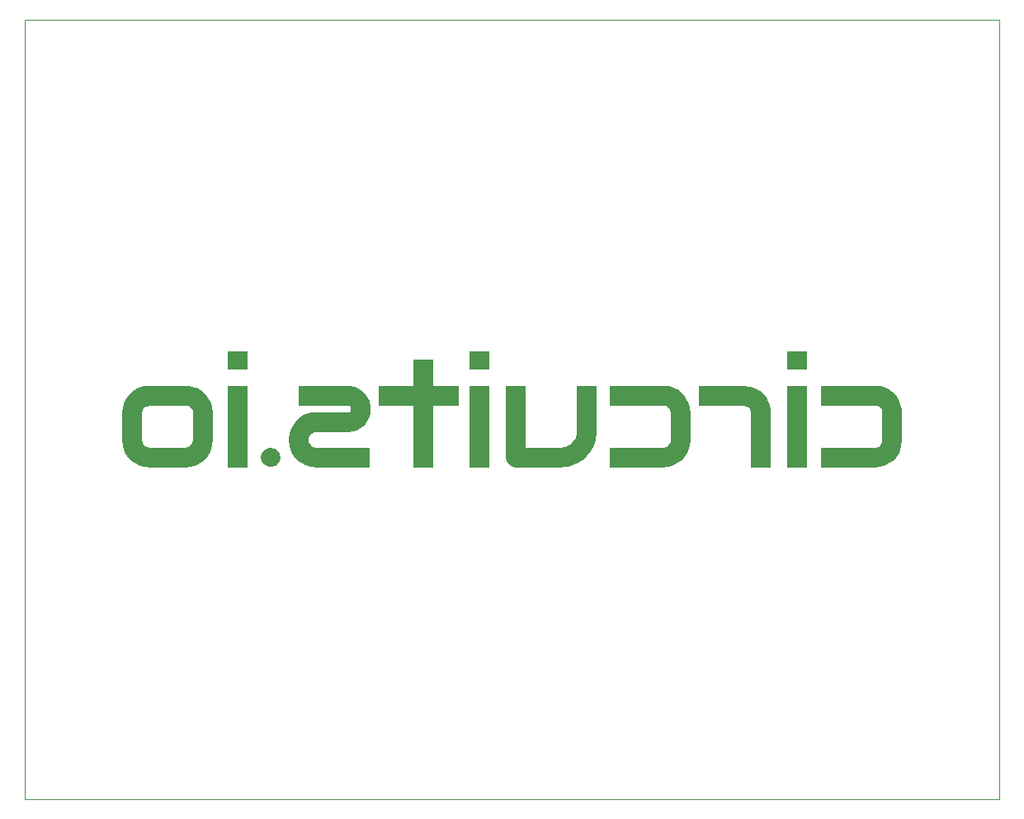
<source format=gbo>
G75*
G71*
%OFA0B0*%
%FSLAX23Y23*%
%IPPOS*%
%LPD*%
%ADD10C,0.1*%
D10*
X0Y80000D02*
X100000Y80000D01*
X100000Y80000D02*
X100000Y0D01*
X100000Y0D02*
X0Y0D01*
X0Y0D02*
X0Y80000D01*
G36*
X81730Y34051D02*
X82389Y34051D01*
X83048Y34051D01*
X83707Y34051D01*
X84365Y34051D01*
X85024Y34051D01*
X85683Y34051D01*
X86341Y34051D01*
X87000Y34051D01*
X87184Y34051D01*
X87656Y34094D01*
X88097Y34198D01*
X88292Y34264D01*
X88872Y34571D01*
X89018Y34678D01*
X89358Y35013D01*
X89722Y35552D01*
X89725Y35559D01*
X89936Y36181D01*
X90000Y36835D01*
X90000Y36875D01*
X90000Y37494D01*
X90000Y38153D01*
X90000Y38811D01*
X90000Y39470D01*
X90000Y39598D01*
X89952Y40126D01*
X89938Y40201D01*
X89761Y40755D01*
X89729Y40828D01*
X89446Y41332D01*
X89373Y41431D01*
X88999Y41813D01*
X88840Y41934D01*
X88440Y42157D01*
X88112Y42282D01*
X87814Y42358D01*
X87184Y42414D01*
X87159Y42414D01*
X86500Y42414D01*
X85841Y42414D01*
X85183Y42414D01*
X84524Y42414D01*
X83865Y42414D01*
X83206Y42414D01*
X82548Y42414D01*
X81889Y42414D01*
X81730Y42414D01*
X81730Y41913D01*
X81730Y41255D01*
X81730Y40596D01*
X81730Y40402D01*
X82195Y40402D01*
X82854Y40402D01*
X83513Y40402D01*
X84171Y40402D01*
X84830Y40402D01*
X85489Y40402D01*
X86148Y40402D01*
X86806Y40402D01*
X87184Y40402D01*
X87463Y40372D01*
X87788Y40201D01*
X87935Y39957D01*
X87989Y39582D01*
X87989Y39304D01*
X87989Y38645D01*
X87989Y37987D01*
X87989Y37328D01*
X87989Y36875D01*
X87973Y36670D01*
X87780Y36271D01*
X87611Y36151D01*
X87169Y36062D01*
X86965Y36062D01*
X86306Y36062D01*
X85647Y36062D01*
X84989Y36062D01*
X84330Y36062D01*
X83671Y36062D01*
X83013Y36062D01*
X82354Y36062D01*
X81730Y36062D01*
X81730Y36027D01*
X81730Y35369D01*
X81730Y34710D01*
X81730Y34051D01*
G37*
G36*
X78214Y44131D02*
X78852Y44131D01*
X79490Y44131D01*
X80129Y44131D01*
X80225Y44131D01*
X80225Y44672D01*
X80225Y45311D01*
X80225Y45949D01*
X79587Y45949D01*
X78949Y45949D01*
X78311Y45949D01*
X78214Y45949D01*
X78214Y45407D01*
X78214Y44769D01*
X78214Y44131D01*
G37*
G36*
X78214Y34051D02*
X78883Y34051D01*
X79553Y34051D01*
X80222Y34051D01*
X80225Y34051D01*
X80225Y34717D01*
X80225Y35386D01*
X80225Y36055D01*
X80225Y36725D01*
X80225Y37394D01*
X80225Y38063D01*
X80225Y38733D01*
X80225Y39402D01*
X80225Y40071D01*
X80225Y40740D01*
X80225Y41410D01*
X80225Y42079D01*
X80225Y42414D01*
X79891Y42414D01*
X79221Y42414D01*
X78552Y42414D01*
X78214Y42414D01*
X78214Y42082D01*
X78214Y41413D01*
X78214Y40744D01*
X78214Y40075D01*
X78214Y39405D01*
X78214Y38736D01*
X78214Y38067D01*
X78214Y37398D01*
X78214Y36728D01*
X78214Y36059D01*
X78214Y35390D01*
X78214Y34720D01*
X78214Y34051D01*
G37*
G36*
X69182Y40402D02*
X69848Y40402D01*
X70514Y40402D01*
X71180Y40402D01*
X71845Y40402D01*
X72511Y40402D01*
X73177Y40402D01*
X73708Y40402D01*
X73843Y40396D01*
X74326Y40193D01*
X74410Y40093D01*
X74535Y39598D01*
X74535Y39451D01*
X74535Y38785D01*
X74535Y38119D01*
X74535Y37453D01*
X74535Y36787D01*
X74535Y36121D01*
X74535Y35456D01*
X74535Y34790D01*
X74535Y34124D01*
X74535Y34051D01*
X75128Y34051D01*
X75794Y34051D01*
X76460Y34051D01*
X76547Y34051D01*
X76547Y34630D01*
X76547Y35296D01*
X76547Y35962D01*
X76547Y36628D01*
X76547Y37294D01*
X76547Y37959D01*
X76547Y38625D01*
X76547Y39291D01*
X76547Y39598D01*
X76530Y39956D01*
X76415Y40526D01*
X76388Y40605D01*
X76097Y41202D01*
X76067Y41245D01*
X75657Y41699D01*
X75556Y41779D01*
X75107Y42072D01*
X74961Y42143D01*
X74486Y42308D01*
X74326Y42344D01*
X73829Y42411D01*
X73723Y42414D01*
X73163Y42414D01*
X72497Y42414D01*
X71832Y42414D01*
X71166Y42414D01*
X70500Y42414D01*
X69834Y42414D01*
X69182Y42414D01*
X69182Y42400D01*
X69182Y41734D01*
X69182Y41068D01*
X69182Y40402D01*
G37*
G36*
X60003Y34051D02*
X60662Y34051D01*
X61321Y34051D01*
X61979Y34051D01*
X62638Y34051D01*
X63297Y34051D01*
X63955Y34051D01*
X64614Y34051D01*
X65273Y34051D01*
X65457Y34051D01*
X65929Y34094D01*
X66370Y34198D01*
X66564Y34264D01*
X67145Y34571D01*
X67290Y34678D01*
X67631Y35013D01*
X67994Y35552D01*
X67998Y35559D01*
X68209Y36181D01*
X68273Y36835D01*
X68273Y36875D01*
X68273Y37494D01*
X68273Y38153D01*
X68273Y38811D01*
X68273Y39470D01*
X68273Y39598D01*
X68225Y40126D01*
X68211Y40201D01*
X68034Y40755D01*
X68002Y40828D01*
X67718Y41332D01*
X67646Y41431D01*
X67272Y41813D01*
X67112Y41934D01*
X66712Y42157D01*
X66385Y42282D01*
X66087Y42358D01*
X65457Y42414D01*
X65431Y42414D01*
X64773Y42414D01*
X64114Y42414D01*
X63455Y42414D01*
X62797Y42414D01*
X62138Y42414D01*
X61479Y42414D01*
X60820Y42414D01*
X60162Y42414D01*
X60003Y42414D01*
X60003Y41913D01*
X60003Y41255D01*
X60003Y40596D01*
X60003Y40402D01*
X60468Y40402D01*
X61127Y40402D01*
X61786Y40402D01*
X62444Y40402D01*
X63103Y40402D01*
X63762Y40402D01*
X64420Y40402D01*
X65079Y40402D01*
X65457Y40402D01*
X65735Y40372D01*
X66060Y40201D01*
X66207Y39957D01*
X66261Y39582D01*
X66261Y39304D01*
X66261Y38645D01*
X66261Y37987D01*
X66261Y37328D01*
X66261Y36875D01*
X66245Y36670D01*
X66053Y36271D01*
X65884Y36151D01*
X65441Y36062D01*
X65238Y36062D01*
X64579Y36062D01*
X63920Y36062D01*
X63262Y36062D01*
X62603Y36062D01*
X61944Y36062D01*
X61285Y36062D01*
X60627Y36062D01*
X60003Y36062D01*
X60003Y36027D01*
X60003Y35369D01*
X60003Y34710D01*
X60003Y34051D01*
G37*
G36*
X49385Y35065D02*
X49463Y34662D01*
X49582Y34450D01*
X49679Y34337D01*
X49996Y34128D01*
X50114Y34087D01*
X50383Y34051D01*
X50767Y34051D01*
X51423Y34051D01*
X52079Y34051D01*
X52735Y34051D01*
X53391Y34051D01*
X54047Y34051D01*
X54703Y34051D01*
X54932Y34051D01*
X55358Y34077D01*
X55729Y34136D01*
X56002Y34203D01*
X56556Y34407D01*
X56614Y34435D01*
X57181Y34765D01*
X57353Y34887D01*
X57684Y35184D01*
X58019Y35591D01*
X58089Y35698D01*
X58385Y36283D01*
X58483Y36550D01*
X58574Y36910D01*
X58649Y37561D01*
X58653Y37772D01*
X58653Y38217D01*
X58653Y38873D01*
X58653Y39529D01*
X58653Y40186D01*
X58653Y40842D01*
X58653Y41498D01*
X58653Y42154D01*
X58653Y42414D01*
X58257Y42414D01*
X57600Y42414D01*
X56944Y42414D01*
X56642Y42414D01*
X56642Y42060D01*
X56642Y41404D01*
X56642Y40748D01*
X56642Y40092D01*
X56642Y39436D01*
X56642Y38780D01*
X56642Y38124D01*
X56642Y37772D01*
X56620Y37468D01*
X56510Y37060D01*
X56402Y36855D01*
X56139Y36527D01*
X55959Y36377D01*
X55597Y36178D01*
X55365Y36111D01*
X54916Y36062D01*
X54712Y36062D01*
X54056Y36062D01*
X53400Y36062D01*
X52744Y36062D01*
X52088Y36062D01*
X51432Y36062D01*
X51397Y36062D01*
X51397Y36684D01*
X51397Y37340D01*
X51397Y37996D01*
X51397Y38652D01*
X51397Y39308D01*
X51397Y39964D01*
X51397Y40620D01*
X51397Y41276D01*
X51397Y41932D01*
X51397Y42414D01*
X51222Y42414D01*
X50566Y42414D01*
X49910Y42414D01*
X49385Y42414D01*
X49385Y42282D01*
X49385Y41626D01*
X49385Y40969D01*
X49385Y40313D01*
X49385Y39657D01*
X49385Y39001D01*
X49385Y38345D01*
X49385Y37689D01*
X49385Y37033D01*
X49385Y36377D01*
X49385Y35721D01*
X49385Y35065D01*
G37*
G36*
X45645Y44131D02*
X46283Y44131D01*
X46921Y44131D01*
X47559Y44131D01*
X47656Y44131D01*
X47656Y44672D01*
X47656Y45311D01*
X47656Y45949D01*
X47018Y45949D01*
X46380Y45949D01*
X45741Y45949D01*
X45645Y45949D01*
X45645Y45407D01*
X45645Y44769D01*
X45645Y44131D01*
G37*
G36*
X45645Y34051D02*
X46314Y34051D01*
X46983Y34051D01*
X47653Y34051D01*
X47656Y34051D01*
X47656Y34717D01*
X47656Y35386D01*
X47656Y36055D01*
X47656Y36725D01*
X47656Y37394D01*
X47656Y38063D01*
X47656Y38733D01*
X47656Y39402D01*
X47656Y40071D01*
X47656Y40740D01*
X47656Y41410D01*
X47656Y42079D01*
X47656Y42414D01*
X47321Y42414D01*
X46652Y42414D01*
X45983Y42414D01*
X45645Y42414D01*
X45645Y42082D01*
X45645Y41413D01*
X45645Y40744D01*
X45645Y40075D01*
X45645Y39405D01*
X45645Y38736D01*
X45645Y38067D01*
X45645Y37398D01*
X45645Y36728D01*
X45645Y36059D01*
X45645Y35390D01*
X45645Y34720D01*
X45645Y34051D01*
G37*
G36*
X36327Y40402D02*
X36990Y40402D01*
X37654Y40402D01*
X38318Y40402D01*
X38982Y40402D01*
X39646Y40402D01*
X39839Y40402D01*
X39839Y39931D01*
X39839Y39267D01*
X39839Y38603D01*
X39839Y37939D01*
X39839Y37275D01*
X39839Y36611D01*
X39839Y35947D01*
X39839Y35283D01*
X39839Y34619D01*
X39839Y34051D01*
X39935Y34051D01*
X40599Y34051D01*
X41263Y34051D01*
X41873Y34051D01*
X41873Y34104D01*
X41873Y34768D01*
X41873Y35432D01*
X41873Y36096D01*
X41873Y36760D01*
X41873Y37424D01*
X41873Y38088D01*
X41873Y38752D01*
X41873Y39416D01*
X41873Y40080D01*
X41873Y40402D01*
X42215Y40402D01*
X42879Y40402D01*
X43543Y40402D01*
X44207Y40402D01*
X44488Y40402D01*
X44488Y40785D01*
X44488Y41449D01*
X44488Y42113D01*
X44488Y42414D01*
X44125Y42414D01*
X43461Y42414D01*
X42797Y42414D01*
X42133Y42414D01*
X41873Y42414D01*
X41873Y42818D01*
X41873Y43482D01*
X41873Y44146D01*
X41873Y44810D01*
X41873Y45144D01*
X41544Y45144D01*
X40880Y45144D01*
X40216Y45144D01*
X39839Y45144D01*
X39839Y44858D01*
X39839Y44194D01*
X39839Y43530D01*
X39839Y42866D01*
X39839Y42414D01*
X39627Y42414D01*
X38963Y42414D01*
X38299Y42414D01*
X37635Y42414D01*
X36971Y42414D01*
X36327Y42414D01*
X36327Y42394D01*
X36327Y41730D01*
X36327Y41066D01*
X36327Y40402D01*
G37*
G36*
X27109Y36875D02*
X27169Y36219D01*
X27240Y35939D01*
X27374Y35593D01*
X27589Y35212D01*
X27723Y35036D01*
X28091Y34678D01*
X28209Y34593D01*
X28695Y34322D01*
X28789Y34281D01*
X29329Y34113D01*
X29421Y34096D01*
X29932Y34051D01*
X30078Y34051D01*
X30737Y34051D01*
X31397Y34051D01*
X32057Y34051D01*
X32716Y34051D01*
X33376Y34051D01*
X34036Y34051D01*
X34696Y34051D01*
X35355Y34051D01*
X35379Y34051D01*
X35379Y34688D01*
X35379Y35347D01*
X35379Y36007D01*
X35379Y36062D01*
X34774Y36062D01*
X34115Y36062D01*
X33455Y36062D01*
X32795Y36062D01*
X32136Y36062D01*
X31476Y36062D01*
X30816Y36062D01*
X30157Y36062D01*
X29948Y36062D01*
X29508Y36147D01*
X29329Y36271D01*
X29138Y36660D01*
X29120Y36875D01*
X29219Y37304D01*
X29739Y37665D01*
X29932Y37679D01*
X30398Y37679D01*
X31058Y37679D01*
X31717Y37679D01*
X32377Y37679D01*
X33037Y37679D01*
X33050Y37679D01*
X33692Y37743D01*
X34179Y37911D01*
X34305Y37978D01*
X34830Y38374D01*
X34938Y38492D01*
X35214Y38908D01*
X35355Y39242D01*
X35429Y39529D01*
X35479Y39992D01*
X35474Y40185D01*
X35360Y40833D01*
X35239Y41122D01*
X35061Y41418D01*
X34636Y41872D01*
X34608Y41894D01*
X34036Y42218D01*
X33847Y42282D01*
X33399Y42386D01*
X33050Y42414D01*
X32741Y42414D01*
X32081Y42414D01*
X31421Y42414D01*
X30762Y42414D01*
X30102Y42414D01*
X29442Y42414D01*
X28783Y42414D01*
X28123Y42414D01*
X28107Y42414D01*
X28107Y41770D01*
X28107Y41110D01*
X28107Y40451D01*
X28107Y40402D01*
X28718Y40402D01*
X29378Y40402D01*
X30038Y40402D01*
X30697Y40402D01*
X31357Y40402D01*
X32017Y40402D01*
X32676Y40402D01*
X33035Y40402D01*
X33282Y40364D01*
X33327Y40344D01*
X33414Y40271D01*
X33460Y40147D01*
X33468Y40023D01*
X33421Y39830D01*
X33369Y39760D01*
X33329Y39729D01*
X33197Y39691D01*
X33050Y39691D01*
X32726Y39691D01*
X32066Y39691D01*
X31407Y39691D01*
X30747Y39691D01*
X30087Y39691D01*
X29932Y39691D01*
X29429Y39658D01*
X28792Y39492D01*
X28617Y39412D01*
X28220Y39167D01*
X27746Y38712D01*
X27743Y38708D01*
X27399Y38153D01*
X27264Y37795D01*
X27190Y37528D01*
X27109Y36875D01*
G37*
G36*
X24219Y35065D02*
X24304Y34670D01*
X24455Y34425D01*
X24521Y34353D01*
X24838Y34144D01*
X25044Y34082D01*
X25217Y34067D01*
X25612Y34144D01*
X25716Y34196D01*
X25929Y34353D01*
X26138Y34670D01*
X26156Y34716D01*
X26215Y35065D01*
X26156Y35398D01*
X26138Y35444D01*
X25929Y35761D01*
X25721Y35922D01*
X25612Y35977D01*
X25217Y36062D01*
X25052Y36047D01*
X24838Y35977D01*
X24521Y35761D01*
X24463Y35701D01*
X24304Y35444D01*
X24219Y35065D01*
G37*
G36*
X20811Y44131D02*
X21449Y44131D01*
X22088Y44131D01*
X22726Y44131D01*
X22823Y44131D01*
X22823Y44672D01*
X22823Y45311D01*
X22823Y45949D01*
X22184Y45949D01*
X21546Y45949D01*
X20908Y45949D01*
X20811Y45949D01*
X20811Y45407D01*
X20811Y44769D01*
X20811Y44131D01*
G37*
G36*
X20811Y34051D02*
X21480Y34051D01*
X22150Y34051D01*
X22819Y34051D01*
X22823Y34051D01*
X22823Y34717D01*
X22823Y35386D01*
X22823Y36055D01*
X22823Y36725D01*
X22823Y37394D01*
X22823Y38063D01*
X22823Y38733D01*
X22823Y39402D01*
X22823Y40071D01*
X22823Y40740D01*
X22823Y41410D01*
X22823Y42079D01*
X22823Y42414D01*
X22488Y42414D01*
X21819Y42414D01*
X21149Y42414D01*
X20811Y42414D01*
X20811Y42082D01*
X20811Y41413D01*
X20811Y40744D01*
X20811Y40075D01*
X20811Y39405D01*
X20811Y38736D01*
X20811Y38067D01*
X20811Y37398D01*
X20811Y36728D01*
X20811Y36059D01*
X20811Y35390D01*
X20811Y34720D01*
X20811Y34051D01*
G37*
G36*
X10000Y36875D02*
X10061Y36214D01*
X10132Y35939D01*
X10269Y35585D01*
X10480Y35212D01*
X10623Y35026D01*
X10982Y34678D01*
X11115Y34583D01*
X11586Y34322D01*
X11701Y34273D01*
X12220Y34113D01*
X12338Y34092D01*
X12824Y34051D01*
X13000Y34051D01*
X13665Y34051D01*
X14329Y34051D01*
X14993Y34051D01*
X15657Y34051D01*
X16321Y34051D01*
X16452Y34051D01*
X16982Y34104D01*
X17365Y34198D01*
X17619Y34288D01*
X18197Y34612D01*
X18285Y34678D01*
X18674Y35072D01*
X18989Y35552D01*
X19028Y35632D01*
X19219Y36266D01*
X19268Y36875D01*
X19268Y36928D01*
X19268Y37592D01*
X19268Y38256D01*
X19268Y38920D01*
X19268Y39584D01*
X19268Y39598D01*
X19211Y40245D01*
X19005Y40874D01*
X18989Y40905D01*
X18642Y41429D01*
X18285Y41779D01*
X18155Y41878D01*
X17573Y42195D01*
X17365Y42267D01*
X16933Y42369D01*
X16452Y42414D01*
X16272Y42414D01*
X15607Y42414D01*
X14943Y42414D01*
X14279Y42414D01*
X13615Y42414D01*
X12951Y42414D01*
X12824Y42414D01*
X12288Y42376D01*
X11649Y42201D01*
X11508Y42135D01*
X11078Y41866D01*
X10634Y41431D01*
X10609Y41398D01*
X10269Y40830D01*
X10155Y40518D01*
X10069Y40197D01*
X10000Y39598D01*
X10000Y39538D01*
X10000Y38874D01*
X10000Y38210D01*
X10000Y37546D01*
X10000Y36881D01*
X10000Y36875D01*
X12011Y39582D01*
X12210Y40191D01*
X12220Y40201D01*
X12822Y40402D01*
X12824Y40402D01*
X13486Y40402D01*
X14150Y40402D01*
X14814Y40402D01*
X15478Y40402D01*
X16143Y40402D01*
X16436Y40402D01*
X16801Y40346D01*
X17047Y40193D01*
X17225Y39873D01*
X17256Y39598D01*
X17256Y39211D01*
X17256Y38547D01*
X17256Y37883D01*
X17256Y37218D01*
X17256Y36875D01*
X17214Y36558D01*
X17047Y36271D01*
X16766Y36107D01*
X16436Y36062D01*
X16106Y36062D01*
X15442Y36062D01*
X14778Y36062D01*
X14114Y36062D01*
X13449Y36062D01*
X12824Y36062D01*
X12785Y36063D01*
X12212Y36271D01*
X12186Y36300D01*
X12011Y36875D01*
X12011Y36925D01*
X12011Y37590D01*
X12011Y38254D01*
X12011Y38918D01*
X12011Y39582D01*
G37*
M02*

</source>
